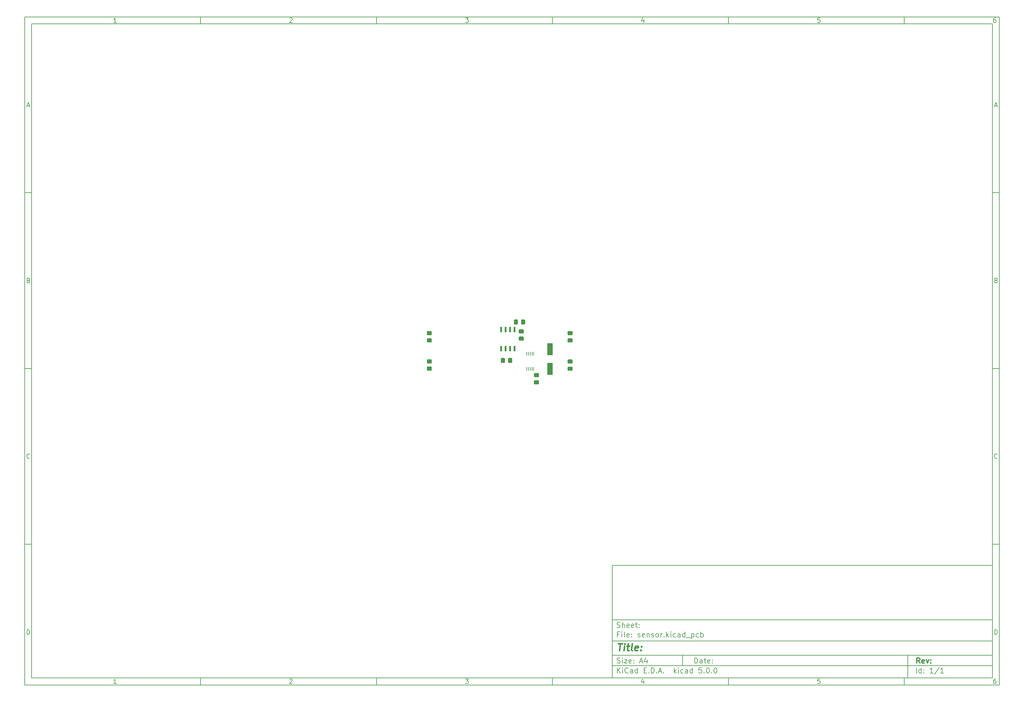
<source format=gtp>
G04 #@! TF.GenerationSoftware,KiCad,Pcbnew,5.0.0*
G04 #@! TF.CreationDate,2018-10-21T13:27:24+10:00*
G04 #@! TF.ProjectId,sensor,73656E736F722E6B696361645F706362,rev?*
G04 #@! TF.SameCoordinates,Original*
G04 #@! TF.FileFunction,Paste,Top*
G04 #@! TF.FilePolarity,Positive*
%FSLAX46Y46*%
G04 Gerber Fmt 4.6, Leading zero omitted, Abs format (unit mm)*
G04 Created by KiCad (PCBNEW 5.0.0) date Sun Oct 21 13:27:24 2018*
%MOMM*%
%LPD*%
G01*
G04 APERTURE LIST*
%ADD10C,0.100000*%
%ADD11C,0.150000*%
%ADD12C,0.300000*%
%ADD13C,0.400000*%
%ADD14C,1.150000*%
%ADD15R,1.600000X3.500000*%
%ADD16R,0.250000X1.100000*%
%ADD17R,0.600000X1.550000*%
G04 APERTURE END LIST*
D10*
D11*
X177002200Y-166007200D02*
X177002200Y-198007200D01*
X285002200Y-198007200D01*
X285002200Y-166007200D01*
X177002200Y-166007200D01*
D10*
D11*
X10000000Y-10000000D02*
X10000000Y-200007200D01*
X287002200Y-200007200D01*
X287002200Y-10000000D01*
X10000000Y-10000000D01*
D10*
D11*
X12000000Y-12000000D02*
X12000000Y-198007200D01*
X285002200Y-198007200D01*
X285002200Y-12000000D01*
X12000000Y-12000000D01*
D10*
D11*
X60000000Y-12000000D02*
X60000000Y-10000000D01*
D10*
D11*
X110000000Y-12000000D02*
X110000000Y-10000000D01*
D10*
D11*
X160000000Y-12000000D02*
X160000000Y-10000000D01*
D10*
D11*
X210000000Y-12000000D02*
X210000000Y-10000000D01*
D10*
D11*
X260000000Y-12000000D02*
X260000000Y-10000000D01*
D10*
D11*
X36065476Y-11588095D02*
X35322619Y-11588095D01*
X35694047Y-11588095D02*
X35694047Y-10288095D01*
X35570238Y-10473809D01*
X35446428Y-10597619D01*
X35322619Y-10659523D01*
D10*
D11*
X85322619Y-10411904D02*
X85384523Y-10350000D01*
X85508333Y-10288095D01*
X85817857Y-10288095D01*
X85941666Y-10350000D01*
X86003571Y-10411904D01*
X86065476Y-10535714D01*
X86065476Y-10659523D01*
X86003571Y-10845238D01*
X85260714Y-11588095D01*
X86065476Y-11588095D01*
D10*
D11*
X135260714Y-10288095D02*
X136065476Y-10288095D01*
X135632142Y-10783333D01*
X135817857Y-10783333D01*
X135941666Y-10845238D01*
X136003571Y-10907142D01*
X136065476Y-11030952D01*
X136065476Y-11340476D01*
X136003571Y-11464285D01*
X135941666Y-11526190D01*
X135817857Y-11588095D01*
X135446428Y-11588095D01*
X135322619Y-11526190D01*
X135260714Y-11464285D01*
D10*
D11*
X185941666Y-10721428D02*
X185941666Y-11588095D01*
X185632142Y-10226190D02*
X185322619Y-11154761D01*
X186127380Y-11154761D01*
D10*
D11*
X236003571Y-10288095D02*
X235384523Y-10288095D01*
X235322619Y-10907142D01*
X235384523Y-10845238D01*
X235508333Y-10783333D01*
X235817857Y-10783333D01*
X235941666Y-10845238D01*
X236003571Y-10907142D01*
X236065476Y-11030952D01*
X236065476Y-11340476D01*
X236003571Y-11464285D01*
X235941666Y-11526190D01*
X235817857Y-11588095D01*
X235508333Y-11588095D01*
X235384523Y-11526190D01*
X235322619Y-11464285D01*
D10*
D11*
X285941666Y-10288095D02*
X285694047Y-10288095D01*
X285570238Y-10350000D01*
X285508333Y-10411904D01*
X285384523Y-10597619D01*
X285322619Y-10845238D01*
X285322619Y-11340476D01*
X285384523Y-11464285D01*
X285446428Y-11526190D01*
X285570238Y-11588095D01*
X285817857Y-11588095D01*
X285941666Y-11526190D01*
X286003571Y-11464285D01*
X286065476Y-11340476D01*
X286065476Y-11030952D01*
X286003571Y-10907142D01*
X285941666Y-10845238D01*
X285817857Y-10783333D01*
X285570238Y-10783333D01*
X285446428Y-10845238D01*
X285384523Y-10907142D01*
X285322619Y-11030952D01*
D10*
D11*
X60000000Y-198007200D02*
X60000000Y-200007200D01*
D10*
D11*
X110000000Y-198007200D02*
X110000000Y-200007200D01*
D10*
D11*
X160000000Y-198007200D02*
X160000000Y-200007200D01*
D10*
D11*
X210000000Y-198007200D02*
X210000000Y-200007200D01*
D10*
D11*
X260000000Y-198007200D02*
X260000000Y-200007200D01*
D10*
D11*
X36065476Y-199595295D02*
X35322619Y-199595295D01*
X35694047Y-199595295D02*
X35694047Y-198295295D01*
X35570238Y-198481009D01*
X35446428Y-198604819D01*
X35322619Y-198666723D01*
D10*
D11*
X85322619Y-198419104D02*
X85384523Y-198357200D01*
X85508333Y-198295295D01*
X85817857Y-198295295D01*
X85941666Y-198357200D01*
X86003571Y-198419104D01*
X86065476Y-198542914D01*
X86065476Y-198666723D01*
X86003571Y-198852438D01*
X85260714Y-199595295D01*
X86065476Y-199595295D01*
D10*
D11*
X135260714Y-198295295D02*
X136065476Y-198295295D01*
X135632142Y-198790533D01*
X135817857Y-198790533D01*
X135941666Y-198852438D01*
X136003571Y-198914342D01*
X136065476Y-199038152D01*
X136065476Y-199347676D01*
X136003571Y-199471485D01*
X135941666Y-199533390D01*
X135817857Y-199595295D01*
X135446428Y-199595295D01*
X135322619Y-199533390D01*
X135260714Y-199471485D01*
D10*
D11*
X185941666Y-198728628D02*
X185941666Y-199595295D01*
X185632142Y-198233390D02*
X185322619Y-199161961D01*
X186127380Y-199161961D01*
D10*
D11*
X236003571Y-198295295D02*
X235384523Y-198295295D01*
X235322619Y-198914342D01*
X235384523Y-198852438D01*
X235508333Y-198790533D01*
X235817857Y-198790533D01*
X235941666Y-198852438D01*
X236003571Y-198914342D01*
X236065476Y-199038152D01*
X236065476Y-199347676D01*
X236003571Y-199471485D01*
X235941666Y-199533390D01*
X235817857Y-199595295D01*
X235508333Y-199595295D01*
X235384523Y-199533390D01*
X235322619Y-199471485D01*
D10*
D11*
X285941666Y-198295295D02*
X285694047Y-198295295D01*
X285570238Y-198357200D01*
X285508333Y-198419104D01*
X285384523Y-198604819D01*
X285322619Y-198852438D01*
X285322619Y-199347676D01*
X285384523Y-199471485D01*
X285446428Y-199533390D01*
X285570238Y-199595295D01*
X285817857Y-199595295D01*
X285941666Y-199533390D01*
X286003571Y-199471485D01*
X286065476Y-199347676D01*
X286065476Y-199038152D01*
X286003571Y-198914342D01*
X285941666Y-198852438D01*
X285817857Y-198790533D01*
X285570238Y-198790533D01*
X285446428Y-198852438D01*
X285384523Y-198914342D01*
X285322619Y-199038152D01*
D10*
D11*
X10000000Y-60000000D02*
X12000000Y-60000000D01*
D10*
D11*
X10000000Y-110000000D02*
X12000000Y-110000000D01*
D10*
D11*
X10000000Y-160000000D02*
X12000000Y-160000000D01*
D10*
D11*
X10690476Y-35216666D02*
X11309523Y-35216666D01*
X10566666Y-35588095D02*
X11000000Y-34288095D01*
X11433333Y-35588095D01*
D10*
D11*
X11092857Y-84907142D02*
X11278571Y-84969047D01*
X11340476Y-85030952D01*
X11402380Y-85154761D01*
X11402380Y-85340476D01*
X11340476Y-85464285D01*
X11278571Y-85526190D01*
X11154761Y-85588095D01*
X10659523Y-85588095D01*
X10659523Y-84288095D01*
X11092857Y-84288095D01*
X11216666Y-84350000D01*
X11278571Y-84411904D01*
X11340476Y-84535714D01*
X11340476Y-84659523D01*
X11278571Y-84783333D01*
X11216666Y-84845238D01*
X11092857Y-84907142D01*
X10659523Y-84907142D01*
D10*
D11*
X11402380Y-135464285D02*
X11340476Y-135526190D01*
X11154761Y-135588095D01*
X11030952Y-135588095D01*
X10845238Y-135526190D01*
X10721428Y-135402380D01*
X10659523Y-135278571D01*
X10597619Y-135030952D01*
X10597619Y-134845238D01*
X10659523Y-134597619D01*
X10721428Y-134473809D01*
X10845238Y-134350000D01*
X11030952Y-134288095D01*
X11154761Y-134288095D01*
X11340476Y-134350000D01*
X11402380Y-134411904D01*
D10*
D11*
X10659523Y-185588095D02*
X10659523Y-184288095D01*
X10969047Y-184288095D01*
X11154761Y-184350000D01*
X11278571Y-184473809D01*
X11340476Y-184597619D01*
X11402380Y-184845238D01*
X11402380Y-185030952D01*
X11340476Y-185278571D01*
X11278571Y-185402380D01*
X11154761Y-185526190D01*
X10969047Y-185588095D01*
X10659523Y-185588095D01*
D10*
D11*
X287002200Y-60000000D02*
X285002200Y-60000000D01*
D10*
D11*
X287002200Y-110000000D02*
X285002200Y-110000000D01*
D10*
D11*
X287002200Y-160000000D02*
X285002200Y-160000000D01*
D10*
D11*
X285692676Y-35216666D02*
X286311723Y-35216666D01*
X285568866Y-35588095D02*
X286002200Y-34288095D01*
X286435533Y-35588095D01*
D10*
D11*
X286095057Y-84907142D02*
X286280771Y-84969047D01*
X286342676Y-85030952D01*
X286404580Y-85154761D01*
X286404580Y-85340476D01*
X286342676Y-85464285D01*
X286280771Y-85526190D01*
X286156961Y-85588095D01*
X285661723Y-85588095D01*
X285661723Y-84288095D01*
X286095057Y-84288095D01*
X286218866Y-84350000D01*
X286280771Y-84411904D01*
X286342676Y-84535714D01*
X286342676Y-84659523D01*
X286280771Y-84783333D01*
X286218866Y-84845238D01*
X286095057Y-84907142D01*
X285661723Y-84907142D01*
D10*
D11*
X286404580Y-135464285D02*
X286342676Y-135526190D01*
X286156961Y-135588095D01*
X286033152Y-135588095D01*
X285847438Y-135526190D01*
X285723628Y-135402380D01*
X285661723Y-135278571D01*
X285599819Y-135030952D01*
X285599819Y-134845238D01*
X285661723Y-134597619D01*
X285723628Y-134473809D01*
X285847438Y-134350000D01*
X286033152Y-134288095D01*
X286156961Y-134288095D01*
X286342676Y-134350000D01*
X286404580Y-134411904D01*
D10*
D11*
X285661723Y-185588095D02*
X285661723Y-184288095D01*
X285971247Y-184288095D01*
X286156961Y-184350000D01*
X286280771Y-184473809D01*
X286342676Y-184597619D01*
X286404580Y-184845238D01*
X286404580Y-185030952D01*
X286342676Y-185278571D01*
X286280771Y-185402380D01*
X286156961Y-185526190D01*
X285971247Y-185588095D01*
X285661723Y-185588095D01*
D10*
D11*
X200434342Y-193785771D02*
X200434342Y-192285771D01*
X200791485Y-192285771D01*
X201005771Y-192357200D01*
X201148628Y-192500057D01*
X201220057Y-192642914D01*
X201291485Y-192928628D01*
X201291485Y-193142914D01*
X201220057Y-193428628D01*
X201148628Y-193571485D01*
X201005771Y-193714342D01*
X200791485Y-193785771D01*
X200434342Y-193785771D01*
X202577200Y-193785771D02*
X202577200Y-193000057D01*
X202505771Y-192857200D01*
X202362914Y-192785771D01*
X202077200Y-192785771D01*
X201934342Y-192857200D01*
X202577200Y-193714342D02*
X202434342Y-193785771D01*
X202077200Y-193785771D01*
X201934342Y-193714342D01*
X201862914Y-193571485D01*
X201862914Y-193428628D01*
X201934342Y-193285771D01*
X202077200Y-193214342D01*
X202434342Y-193214342D01*
X202577200Y-193142914D01*
X203077200Y-192785771D02*
X203648628Y-192785771D01*
X203291485Y-192285771D02*
X203291485Y-193571485D01*
X203362914Y-193714342D01*
X203505771Y-193785771D01*
X203648628Y-193785771D01*
X204720057Y-193714342D02*
X204577200Y-193785771D01*
X204291485Y-193785771D01*
X204148628Y-193714342D01*
X204077200Y-193571485D01*
X204077200Y-193000057D01*
X204148628Y-192857200D01*
X204291485Y-192785771D01*
X204577200Y-192785771D01*
X204720057Y-192857200D01*
X204791485Y-193000057D01*
X204791485Y-193142914D01*
X204077200Y-193285771D01*
X205434342Y-193642914D02*
X205505771Y-193714342D01*
X205434342Y-193785771D01*
X205362914Y-193714342D01*
X205434342Y-193642914D01*
X205434342Y-193785771D01*
X205434342Y-192857200D02*
X205505771Y-192928628D01*
X205434342Y-193000057D01*
X205362914Y-192928628D01*
X205434342Y-192857200D01*
X205434342Y-193000057D01*
D10*
D11*
X177002200Y-194507200D02*
X285002200Y-194507200D01*
D10*
D11*
X178434342Y-196585771D02*
X178434342Y-195085771D01*
X179291485Y-196585771D02*
X178648628Y-195728628D01*
X179291485Y-195085771D02*
X178434342Y-195942914D01*
X179934342Y-196585771D02*
X179934342Y-195585771D01*
X179934342Y-195085771D02*
X179862914Y-195157200D01*
X179934342Y-195228628D01*
X180005771Y-195157200D01*
X179934342Y-195085771D01*
X179934342Y-195228628D01*
X181505771Y-196442914D02*
X181434342Y-196514342D01*
X181220057Y-196585771D01*
X181077200Y-196585771D01*
X180862914Y-196514342D01*
X180720057Y-196371485D01*
X180648628Y-196228628D01*
X180577200Y-195942914D01*
X180577200Y-195728628D01*
X180648628Y-195442914D01*
X180720057Y-195300057D01*
X180862914Y-195157200D01*
X181077200Y-195085771D01*
X181220057Y-195085771D01*
X181434342Y-195157200D01*
X181505771Y-195228628D01*
X182791485Y-196585771D02*
X182791485Y-195800057D01*
X182720057Y-195657200D01*
X182577200Y-195585771D01*
X182291485Y-195585771D01*
X182148628Y-195657200D01*
X182791485Y-196514342D02*
X182648628Y-196585771D01*
X182291485Y-196585771D01*
X182148628Y-196514342D01*
X182077200Y-196371485D01*
X182077200Y-196228628D01*
X182148628Y-196085771D01*
X182291485Y-196014342D01*
X182648628Y-196014342D01*
X182791485Y-195942914D01*
X184148628Y-196585771D02*
X184148628Y-195085771D01*
X184148628Y-196514342D02*
X184005771Y-196585771D01*
X183720057Y-196585771D01*
X183577200Y-196514342D01*
X183505771Y-196442914D01*
X183434342Y-196300057D01*
X183434342Y-195871485D01*
X183505771Y-195728628D01*
X183577200Y-195657200D01*
X183720057Y-195585771D01*
X184005771Y-195585771D01*
X184148628Y-195657200D01*
X186005771Y-195800057D02*
X186505771Y-195800057D01*
X186720057Y-196585771D02*
X186005771Y-196585771D01*
X186005771Y-195085771D01*
X186720057Y-195085771D01*
X187362914Y-196442914D02*
X187434342Y-196514342D01*
X187362914Y-196585771D01*
X187291485Y-196514342D01*
X187362914Y-196442914D01*
X187362914Y-196585771D01*
X188077200Y-196585771D02*
X188077200Y-195085771D01*
X188434342Y-195085771D01*
X188648628Y-195157200D01*
X188791485Y-195300057D01*
X188862914Y-195442914D01*
X188934342Y-195728628D01*
X188934342Y-195942914D01*
X188862914Y-196228628D01*
X188791485Y-196371485D01*
X188648628Y-196514342D01*
X188434342Y-196585771D01*
X188077200Y-196585771D01*
X189577200Y-196442914D02*
X189648628Y-196514342D01*
X189577200Y-196585771D01*
X189505771Y-196514342D01*
X189577200Y-196442914D01*
X189577200Y-196585771D01*
X190220057Y-196157200D02*
X190934342Y-196157200D01*
X190077200Y-196585771D02*
X190577200Y-195085771D01*
X191077200Y-196585771D01*
X191577200Y-196442914D02*
X191648628Y-196514342D01*
X191577200Y-196585771D01*
X191505771Y-196514342D01*
X191577200Y-196442914D01*
X191577200Y-196585771D01*
X194577200Y-196585771D02*
X194577200Y-195085771D01*
X194720057Y-196014342D02*
X195148628Y-196585771D01*
X195148628Y-195585771D02*
X194577200Y-196157200D01*
X195791485Y-196585771D02*
X195791485Y-195585771D01*
X195791485Y-195085771D02*
X195720057Y-195157200D01*
X195791485Y-195228628D01*
X195862914Y-195157200D01*
X195791485Y-195085771D01*
X195791485Y-195228628D01*
X197148628Y-196514342D02*
X197005771Y-196585771D01*
X196720057Y-196585771D01*
X196577200Y-196514342D01*
X196505771Y-196442914D01*
X196434342Y-196300057D01*
X196434342Y-195871485D01*
X196505771Y-195728628D01*
X196577200Y-195657200D01*
X196720057Y-195585771D01*
X197005771Y-195585771D01*
X197148628Y-195657200D01*
X198434342Y-196585771D02*
X198434342Y-195800057D01*
X198362914Y-195657200D01*
X198220057Y-195585771D01*
X197934342Y-195585771D01*
X197791485Y-195657200D01*
X198434342Y-196514342D02*
X198291485Y-196585771D01*
X197934342Y-196585771D01*
X197791485Y-196514342D01*
X197720057Y-196371485D01*
X197720057Y-196228628D01*
X197791485Y-196085771D01*
X197934342Y-196014342D01*
X198291485Y-196014342D01*
X198434342Y-195942914D01*
X199791485Y-196585771D02*
X199791485Y-195085771D01*
X199791485Y-196514342D02*
X199648628Y-196585771D01*
X199362914Y-196585771D01*
X199220057Y-196514342D01*
X199148628Y-196442914D01*
X199077200Y-196300057D01*
X199077200Y-195871485D01*
X199148628Y-195728628D01*
X199220057Y-195657200D01*
X199362914Y-195585771D01*
X199648628Y-195585771D01*
X199791485Y-195657200D01*
X202362914Y-195085771D02*
X201648628Y-195085771D01*
X201577200Y-195800057D01*
X201648628Y-195728628D01*
X201791485Y-195657200D01*
X202148628Y-195657200D01*
X202291485Y-195728628D01*
X202362914Y-195800057D01*
X202434342Y-195942914D01*
X202434342Y-196300057D01*
X202362914Y-196442914D01*
X202291485Y-196514342D01*
X202148628Y-196585771D01*
X201791485Y-196585771D01*
X201648628Y-196514342D01*
X201577200Y-196442914D01*
X203077200Y-196442914D02*
X203148628Y-196514342D01*
X203077200Y-196585771D01*
X203005771Y-196514342D01*
X203077200Y-196442914D01*
X203077200Y-196585771D01*
X204077200Y-195085771D02*
X204220057Y-195085771D01*
X204362914Y-195157200D01*
X204434342Y-195228628D01*
X204505771Y-195371485D01*
X204577200Y-195657200D01*
X204577200Y-196014342D01*
X204505771Y-196300057D01*
X204434342Y-196442914D01*
X204362914Y-196514342D01*
X204220057Y-196585771D01*
X204077200Y-196585771D01*
X203934342Y-196514342D01*
X203862914Y-196442914D01*
X203791485Y-196300057D01*
X203720057Y-196014342D01*
X203720057Y-195657200D01*
X203791485Y-195371485D01*
X203862914Y-195228628D01*
X203934342Y-195157200D01*
X204077200Y-195085771D01*
X205220057Y-196442914D02*
X205291485Y-196514342D01*
X205220057Y-196585771D01*
X205148628Y-196514342D01*
X205220057Y-196442914D01*
X205220057Y-196585771D01*
X206220057Y-195085771D02*
X206362914Y-195085771D01*
X206505771Y-195157200D01*
X206577200Y-195228628D01*
X206648628Y-195371485D01*
X206720057Y-195657200D01*
X206720057Y-196014342D01*
X206648628Y-196300057D01*
X206577200Y-196442914D01*
X206505771Y-196514342D01*
X206362914Y-196585771D01*
X206220057Y-196585771D01*
X206077200Y-196514342D01*
X206005771Y-196442914D01*
X205934342Y-196300057D01*
X205862914Y-196014342D01*
X205862914Y-195657200D01*
X205934342Y-195371485D01*
X206005771Y-195228628D01*
X206077200Y-195157200D01*
X206220057Y-195085771D01*
D10*
D11*
X177002200Y-191507200D02*
X285002200Y-191507200D01*
D10*
D12*
X264411485Y-193785771D02*
X263911485Y-193071485D01*
X263554342Y-193785771D02*
X263554342Y-192285771D01*
X264125771Y-192285771D01*
X264268628Y-192357200D01*
X264340057Y-192428628D01*
X264411485Y-192571485D01*
X264411485Y-192785771D01*
X264340057Y-192928628D01*
X264268628Y-193000057D01*
X264125771Y-193071485D01*
X263554342Y-193071485D01*
X265625771Y-193714342D02*
X265482914Y-193785771D01*
X265197200Y-193785771D01*
X265054342Y-193714342D01*
X264982914Y-193571485D01*
X264982914Y-193000057D01*
X265054342Y-192857200D01*
X265197200Y-192785771D01*
X265482914Y-192785771D01*
X265625771Y-192857200D01*
X265697200Y-193000057D01*
X265697200Y-193142914D01*
X264982914Y-193285771D01*
X266197200Y-192785771D02*
X266554342Y-193785771D01*
X266911485Y-192785771D01*
X267482914Y-193642914D02*
X267554342Y-193714342D01*
X267482914Y-193785771D01*
X267411485Y-193714342D01*
X267482914Y-193642914D01*
X267482914Y-193785771D01*
X267482914Y-192857200D02*
X267554342Y-192928628D01*
X267482914Y-193000057D01*
X267411485Y-192928628D01*
X267482914Y-192857200D01*
X267482914Y-193000057D01*
D10*
D11*
X178362914Y-193714342D02*
X178577200Y-193785771D01*
X178934342Y-193785771D01*
X179077200Y-193714342D01*
X179148628Y-193642914D01*
X179220057Y-193500057D01*
X179220057Y-193357200D01*
X179148628Y-193214342D01*
X179077200Y-193142914D01*
X178934342Y-193071485D01*
X178648628Y-193000057D01*
X178505771Y-192928628D01*
X178434342Y-192857200D01*
X178362914Y-192714342D01*
X178362914Y-192571485D01*
X178434342Y-192428628D01*
X178505771Y-192357200D01*
X178648628Y-192285771D01*
X179005771Y-192285771D01*
X179220057Y-192357200D01*
X179862914Y-193785771D02*
X179862914Y-192785771D01*
X179862914Y-192285771D02*
X179791485Y-192357200D01*
X179862914Y-192428628D01*
X179934342Y-192357200D01*
X179862914Y-192285771D01*
X179862914Y-192428628D01*
X180434342Y-192785771D02*
X181220057Y-192785771D01*
X180434342Y-193785771D01*
X181220057Y-193785771D01*
X182362914Y-193714342D02*
X182220057Y-193785771D01*
X181934342Y-193785771D01*
X181791485Y-193714342D01*
X181720057Y-193571485D01*
X181720057Y-193000057D01*
X181791485Y-192857200D01*
X181934342Y-192785771D01*
X182220057Y-192785771D01*
X182362914Y-192857200D01*
X182434342Y-193000057D01*
X182434342Y-193142914D01*
X181720057Y-193285771D01*
X183077200Y-193642914D02*
X183148628Y-193714342D01*
X183077200Y-193785771D01*
X183005771Y-193714342D01*
X183077200Y-193642914D01*
X183077200Y-193785771D01*
X183077200Y-192857200D02*
X183148628Y-192928628D01*
X183077200Y-193000057D01*
X183005771Y-192928628D01*
X183077200Y-192857200D01*
X183077200Y-193000057D01*
X184862914Y-193357200D02*
X185577200Y-193357200D01*
X184720057Y-193785771D02*
X185220057Y-192285771D01*
X185720057Y-193785771D01*
X186862914Y-192785771D02*
X186862914Y-193785771D01*
X186505771Y-192214342D02*
X186148628Y-193285771D01*
X187077200Y-193285771D01*
D10*
D11*
X263434342Y-196585771D02*
X263434342Y-195085771D01*
X264791485Y-196585771D02*
X264791485Y-195085771D01*
X264791485Y-196514342D02*
X264648628Y-196585771D01*
X264362914Y-196585771D01*
X264220057Y-196514342D01*
X264148628Y-196442914D01*
X264077200Y-196300057D01*
X264077200Y-195871485D01*
X264148628Y-195728628D01*
X264220057Y-195657200D01*
X264362914Y-195585771D01*
X264648628Y-195585771D01*
X264791485Y-195657200D01*
X265505771Y-196442914D02*
X265577200Y-196514342D01*
X265505771Y-196585771D01*
X265434342Y-196514342D01*
X265505771Y-196442914D01*
X265505771Y-196585771D01*
X265505771Y-195657200D02*
X265577200Y-195728628D01*
X265505771Y-195800057D01*
X265434342Y-195728628D01*
X265505771Y-195657200D01*
X265505771Y-195800057D01*
X268148628Y-196585771D02*
X267291485Y-196585771D01*
X267720057Y-196585771D02*
X267720057Y-195085771D01*
X267577200Y-195300057D01*
X267434342Y-195442914D01*
X267291485Y-195514342D01*
X269862914Y-195014342D02*
X268577200Y-196942914D01*
X271148628Y-196585771D02*
X270291485Y-196585771D01*
X270720057Y-196585771D02*
X270720057Y-195085771D01*
X270577200Y-195300057D01*
X270434342Y-195442914D01*
X270291485Y-195514342D01*
D10*
D11*
X177002200Y-187507200D02*
X285002200Y-187507200D01*
D10*
D13*
X178714580Y-188211961D02*
X179857438Y-188211961D01*
X179036009Y-190211961D02*
X179286009Y-188211961D01*
X180274104Y-190211961D02*
X180440771Y-188878628D01*
X180524104Y-188211961D02*
X180416961Y-188307200D01*
X180500295Y-188402438D01*
X180607438Y-188307200D01*
X180524104Y-188211961D01*
X180500295Y-188402438D01*
X181107438Y-188878628D02*
X181869342Y-188878628D01*
X181476485Y-188211961D02*
X181262200Y-189926247D01*
X181333628Y-190116723D01*
X181512200Y-190211961D01*
X181702676Y-190211961D01*
X182655057Y-190211961D02*
X182476485Y-190116723D01*
X182405057Y-189926247D01*
X182619342Y-188211961D01*
X184190771Y-190116723D02*
X183988390Y-190211961D01*
X183607438Y-190211961D01*
X183428866Y-190116723D01*
X183357438Y-189926247D01*
X183452676Y-189164342D01*
X183571723Y-188973866D01*
X183774104Y-188878628D01*
X184155057Y-188878628D01*
X184333628Y-188973866D01*
X184405057Y-189164342D01*
X184381247Y-189354819D01*
X183405057Y-189545295D01*
X185155057Y-190021485D02*
X185238390Y-190116723D01*
X185131247Y-190211961D01*
X185047914Y-190116723D01*
X185155057Y-190021485D01*
X185131247Y-190211961D01*
X185286009Y-188973866D02*
X185369342Y-189069104D01*
X185262200Y-189164342D01*
X185178866Y-189069104D01*
X185286009Y-188973866D01*
X185262200Y-189164342D01*
D10*
D11*
X178934342Y-185600057D02*
X178434342Y-185600057D01*
X178434342Y-186385771D02*
X178434342Y-184885771D01*
X179148628Y-184885771D01*
X179720057Y-186385771D02*
X179720057Y-185385771D01*
X179720057Y-184885771D02*
X179648628Y-184957200D01*
X179720057Y-185028628D01*
X179791485Y-184957200D01*
X179720057Y-184885771D01*
X179720057Y-185028628D01*
X180648628Y-186385771D02*
X180505771Y-186314342D01*
X180434342Y-186171485D01*
X180434342Y-184885771D01*
X181791485Y-186314342D02*
X181648628Y-186385771D01*
X181362914Y-186385771D01*
X181220057Y-186314342D01*
X181148628Y-186171485D01*
X181148628Y-185600057D01*
X181220057Y-185457200D01*
X181362914Y-185385771D01*
X181648628Y-185385771D01*
X181791485Y-185457200D01*
X181862914Y-185600057D01*
X181862914Y-185742914D01*
X181148628Y-185885771D01*
X182505771Y-186242914D02*
X182577200Y-186314342D01*
X182505771Y-186385771D01*
X182434342Y-186314342D01*
X182505771Y-186242914D01*
X182505771Y-186385771D01*
X182505771Y-185457200D02*
X182577200Y-185528628D01*
X182505771Y-185600057D01*
X182434342Y-185528628D01*
X182505771Y-185457200D01*
X182505771Y-185600057D01*
X184291485Y-186314342D02*
X184434342Y-186385771D01*
X184720057Y-186385771D01*
X184862914Y-186314342D01*
X184934342Y-186171485D01*
X184934342Y-186100057D01*
X184862914Y-185957200D01*
X184720057Y-185885771D01*
X184505771Y-185885771D01*
X184362914Y-185814342D01*
X184291485Y-185671485D01*
X184291485Y-185600057D01*
X184362914Y-185457200D01*
X184505771Y-185385771D01*
X184720057Y-185385771D01*
X184862914Y-185457200D01*
X186148628Y-186314342D02*
X186005771Y-186385771D01*
X185720057Y-186385771D01*
X185577200Y-186314342D01*
X185505771Y-186171485D01*
X185505771Y-185600057D01*
X185577200Y-185457200D01*
X185720057Y-185385771D01*
X186005771Y-185385771D01*
X186148628Y-185457200D01*
X186220057Y-185600057D01*
X186220057Y-185742914D01*
X185505771Y-185885771D01*
X186862914Y-185385771D02*
X186862914Y-186385771D01*
X186862914Y-185528628D02*
X186934342Y-185457200D01*
X187077200Y-185385771D01*
X187291485Y-185385771D01*
X187434342Y-185457200D01*
X187505771Y-185600057D01*
X187505771Y-186385771D01*
X188148628Y-186314342D02*
X188291485Y-186385771D01*
X188577200Y-186385771D01*
X188720057Y-186314342D01*
X188791485Y-186171485D01*
X188791485Y-186100057D01*
X188720057Y-185957200D01*
X188577200Y-185885771D01*
X188362914Y-185885771D01*
X188220057Y-185814342D01*
X188148628Y-185671485D01*
X188148628Y-185600057D01*
X188220057Y-185457200D01*
X188362914Y-185385771D01*
X188577200Y-185385771D01*
X188720057Y-185457200D01*
X189648628Y-186385771D02*
X189505771Y-186314342D01*
X189434342Y-186242914D01*
X189362914Y-186100057D01*
X189362914Y-185671485D01*
X189434342Y-185528628D01*
X189505771Y-185457200D01*
X189648628Y-185385771D01*
X189862914Y-185385771D01*
X190005771Y-185457200D01*
X190077200Y-185528628D01*
X190148628Y-185671485D01*
X190148628Y-186100057D01*
X190077200Y-186242914D01*
X190005771Y-186314342D01*
X189862914Y-186385771D01*
X189648628Y-186385771D01*
X190791485Y-186385771D02*
X190791485Y-185385771D01*
X190791485Y-185671485D02*
X190862914Y-185528628D01*
X190934342Y-185457200D01*
X191077200Y-185385771D01*
X191220057Y-185385771D01*
X191720057Y-186242914D02*
X191791485Y-186314342D01*
X191720057Y-186385771D01*
X191648628Y-186314342D01*
X191720057Y-186242914D01*
X191720057Y-186385771D01*
X192434342Y-186385771D02*
X192434342Y-184885771D01*
X192577200Y-185814342D02*
X193005771Y-186385771D01*
X193005771Y-185385771D02*
X192434342Y-185957200D01*
X193648628Y-186385771D02*
X193648628Y-185385771D01*
X193648628Y-184885771D02*
X193577200Y-184957200D01*
X193648628Y-185028628D01*
X193720057Y-184957200D01*
X193648628Y-184885771D01*
X193648628Y-185028628D01*
X195005771Y-186314342D02*
X194862914Y-186385771D01*
X194577200Y-186385771D01*
X194434342Y-186314342D01*
X194362914Y-186242914D01*
X194291485Y-186100057D01*
X194291485Y-185671485D01*
X194362914Y-185528628D01*
X194434342Y-185457200D01*
X194577200Y-185385771D01*
X194862914Y-185385771D01*
X195005771Y-185457200D01*
X196291485Y-186385771D02*
X196291485Y-185600057D01*
X196220057Y-185457200D01*
X196077200Y-185385771D01*
X195791485Y-185385771D01*
X195648628Y-185457200D01*
X196291485Y-186314342D02*
X196148628Y-186385771D01*
X195791485Y-186385771D01*
X195648628Y-186314342D01*
X195577200Y-186171485D01*
X195577200Y-186028628D01*
X195648628Y-185885771D01*
X195791485Y-185814342D01*
X196148628Y-185814342D01*
X196291485Y-185742914D01*
X197648628Y-186385771D02*
X197648628Y-184885771D01*
X197648628Y-186314342D02*
X197505771Y-186385771D01*
X197220057Y-186385771D01*
X197077200Y-186314342D01*
X197005771Y-186242914D01*
X196934342Y-186100057D01*
X196934342Y-185671485D01*
X197005771Y-185528628D01*
X197077200Y-185457200D01*
X197220057Y-185385771D01*
X197505771Y-185385771D01*
X197648628Y-185457200D01*
X198005771Y-186528628D02*
X199148628Y-186528628D01*
X199505771Y-185385771D02*
X199505771Y-186885771D01*
X199505771Y-185457200D02*
X199648628Y-185385771D01*
X199934342Y-185385771D01*
X200077200Y-185457200D01*
X200148628Y-185528628D01*
X200220057Y-185671485D01*
X200220057Y-186100057D01*
X200148628Y-186242914D01*
X200077200Y-186314342D01*
X199934342Y-186385771D01*
X199648628Y-186385771D01*
X199505771Y-186314342D01*
X201505771Y-186314342D02*
X201362914Y-186385771D01*
X201077200Y-186385771D01*
X200934342Y-186314342D01*
X200862914Y-186242914D01*
X200791485Y-186100057D01*
X200791485Y-185671485D01*
X200862914Y-185528628D01*
X200934342Y-185457200D01*
X201077200Y-185385771D01*
X201362914Y-185385771D01*
X201505771Y-185457200D01*
X202148628Y-186385771D02*
X202148628Y-184885771D01*
X202148628Y-185457200D02*
X202291485Y-185385771D01*
X202577200Y-185385771D01*
X202720057Y-185457200D01*
X202791485Y-185528628D01*
X202862914Y-185671485D01*
X202862914Y-186100057D01*
X202791485Y-186242914D01*
X202720057Y-186314342D01*
X202577200Y-186385771D01*
X202291485Y-186385771D01*
X202148628Y-186314342D01*
D10*
D11*
X177002200Y-181507200D02*
X285002200Y-181507200D01*
D10*
D11*
X178362914Y-183614342D02*
X178577200Y-183685771D01*
X178934342Y-183685771D01*
X179077200Y-183614342D01*
X179148628Y-183542914D01*
X179220057Y-183400057D01*
X179220057Y-183257200D01*
X179148628Y-183114342D01*
X179077200Y-183042914D01*
X178934342Y-182971485D01*
X178648628Y-182900057D01*
X178505771Y-182828628D01*
X178434342Y-182757200D01*
X178362914Y-182614342D01*
X178362914Y-182471485D01*
X178434342Y-182328628D01*
X178505771Y-182257200D01*
X178648628Y-182185771D01*
X179005771Y-182185771D01*
X179220057Y-182257200D01*
X179862914Y-183685771D02*
X179862914Y-182185771D01*
X180505771Y-183685771D02*
X180505771Y-182900057D01*
X180434342Y-182757200D01*
X180291485Y-182685771D01*
X180077200Y-182685771D01*
X179934342Y-182757200D01*
X179862914Y-182828628D01*
X181791485Y-183614342D02*
X181648628Y-183685771D01*
X181362914Y-183685771D01*
X181220057Y-183614342D01*
X181148628Y-183471485D01*
X181148628Y-182900057D01*
X181220057Y-182757200D01*
X181362914Y-182685771D01*
X181648628Y-182685771D01*
X181791485Y-182757200D01*
X181862914Y-182900057D01*
X181862914Y-183042914D01*
X181148628Y-183185771D01*
X183077200Y-183614342D02*
X182934342Y-183685771D01*
X182648628Y-183685771D01*
X182505771Y-183614342D01*
X182434342Y-183471485D01*
X182434342Y-182900057D01*
X182505771Y-182757200D01*
X182648628Y-182685771D01*
X182934342Y-182685771D01*
X183077200Y-182757200D01*
X183148628Y-182900057D01*
X183148628Y-183042914D01*
X182434342Y-183185771D01*
X183577200Y-182685771D02*
X184148628Y-182685771D01*
X183791485Y-182185771D02*
X183791485Y-183471485D01*
X183862914Y-183614342D01*
X184005771Y-183685771D01*
X184148628Y-183685771D01*
X184648628Y-183542914D02*
X184720057Y-183614342D01*
X184648628Y-183685771D01*
X184577200Y-183614342D01*
X184648628Y-183542914D01*
X184648628Y-183685771D01*
X184648628Y-182757200D02*
X184720057Y-182828628D01*
X184648628Y-182900057D01*
X184577200Y-182828628D01*
X184648628Y-182757200D01*
X184648628Y-182900057D01*
D10*
D11*
X197002200Y-191507200D02*
X197002200Y-194507200D01*
D10*
D11*
X261002200Y-191507200D02*
X261002200Y-198007200D01*
D10*
G04 #@! TO.C,C1*
G36*
X155922505Y-113354204D02*
X155946773Y-113357804D01*
X155970572Y-113363765D01*
X155993671Y-113372030D01*
X156015850Y-113382520D01*
X156036893Y-113395132D01*
X156056599Y-113409747D01*
X156074777Y-113426223D01*
X156091253Y-113444401D01*
X156105868Y-113464107D01*
X156118480Y-113485150D01*
X156128970Y-113507329D01*
X156137235Y-113530428D01*
X156143196Y-113554227D01*
X156146796Y-113578495D01*
X156148000Y-113602999D01*
X156148000Y-114253001D01*
X156146796Y-114277505D01*
X156143196Y-114301773D01*
X156137235Y-114325572D01*
X156128970Y-114348671D01*
X156118480Y-114370850D01*
X156105868Y-114391893D01*
X156091253Y-114411599D01*
X156074777Y-114429777D01*
X156056599Y-114446253D01*
X156036893Y-114460868D01*
X156015850Y-114473480D01*
X155993671Y-114483970D01*
X155970572Y-114492235D01*
X155946773Y-114498196D01*
X155922505Y-114501796D01*
X155898001Y-114503000D01*
X154997999Y-114503000D01*
X154973495Y-114501796D01*
X154949227Y-114498196D01*
X154925428Y-114492235D01*
X154902329Y-114483970D01*
X154880150Y-114473480D01*
X154859107Y-114460868D01*
X154839401Y-114446253D01*
X154821223Y-114429777D01*
X154804747Y-114411599D01*
X154790132Y-114391893D01*
X154777520Y-114370850D01*
X154767030Y-114348671D01*
X154758765Y-114325572D01*
X154752804Y-114301773D01*
X154749204Y-114277505D01*
X154748000Y-114253001D01*
X154748000Y-113602999D01*
X154749204Y-113578495D01*
X154752804Y-113554227D01*
X154758765Y-113530428D01*
X154767030Y-113507329D01*
X154777520Y-113485150D01*
X154790132Y-113464107D01*
X154804747Y-113444401D01*
X154821223Y-113426223D01*
X154839401Y-113409747D01*
X154859107Y-113395132D01*
X154880150Y-113382520D01*
X154902329Y-113372030D01*
X154925428Y-113363765D01*
X154949227Y-113357804D01*
X154973495Y-113354204D01*
X154997999Y-113353000D01*
X155898001Y-113353000D01*
X155922505Y-113354204D01*
X155922505Y-113354204D01*
G37*
D14*
X155448000Y-113928000D03*
D10*
G36*
X155922505Y-111304204D02*
X155946773Y-111307804D01*
X155970572Y-111313765D01*
X155993671Y-111322030D01*
X156015850Y-111332520D01*
X156036893Y-111345132D01*
X156056599Y-111359747D01*
X156074777Y-111376223D01*
X156091253Y-111394401D01*
X156105868Y-111414107D01*
X156118480Y-111435150D01*
X156128970Y-111457329D01*
X156137235Y-111480428D01*
X156143196Y-111504227D01*
X156146796Y-111528495D01*
X156148000Y-111552999D01*
X156148000Y-112203001D01*
X156146796Y-112227505D01*
X156143196Y-112251773D01*
X156137235Y-112275572D01*
X156128970Y-112298671D01*
X156118480Y-112320850D01*
X156105868Y-112341893D01*
X156091253Y-112361599D01*
X156074777Y-112379777D01*
X156056599Y-112396253D01*
X156036893Y-112410868D01*
X156015850Y-112423480D01*
X155993671Y-112433970D01*
X155970572Y-112442235D01*
X155946773Y-112448196D01*
X155922505Y-112451796D01*
X155898001Y-112453000D01*
X154997999Y-112453000D01*
X154973495Y-112451796D01*
X154949227Y-112448196D01*
X154925428Y-112442235D01*
X154902329Y-112433970D01*
X154880150Y-112423480D01*
X154859107Y-112410868D01*
X154839401Y-112396253D01*
X154821223Y-112379777D01*
X154804747Y-112361599D01*
X154790132Y-112341893D01*
X154777520Y-112320850D01*
X154767030Y-112298671D01*
X154758765Y-112275572D01*
X154752804Y-112251773D01*
X154749204Y-112227505D01*
X154748000Y-112203001D01*
X154748000Y-111552999D01*
X154749204Y-111528495D01*
X154752804Y-111504227D01*
X154758765Y-111480428D01*
X154767030Y-111457329D01*
X154777520Y-111435150D01*
X154790132Y-111414107D01*
X154804747Y-111394401D01*
X154821223Y-111376223D01*
X154839401Y-111359747D01*
X154859107Y-111345132D01*
X154880150Y-111332520D01*
X154902329Y-111322030D01*
X154925428Y-111313765D01*
X154949227Y-111307804D01*
X154973495Y-111304204D01*
X154997999Y-111303000D01*
X155898001Y-111303000D01*
X155922505Y-111304204D01*
X155922505Y-111304204D01*
G37*
D14*
X155448000Y-111878000D03*
G04 #@! TD*
D15*
G04 #@! TO.C,C2*
X159258000Y-104515000D03*
X159258000Y-110115000D03*
G04 #@! TD*
D10*
G04 #@! TO.C,C3*
G36*
X149946505Y-96075204D02*
X149970773Y-96078804D01*
X149994572Y-96084765D01*
X150017671Y-96093030D01*
X150039850Y-96103520D01*
X150060893Y-96116132D01*
X150080599Y-96130747D01*
X150098777Y-96147223D01*
X150115253Y-96165401D01*
X150129868Y-96185107D01*
X150142480Y-96206150D01*
X150152970Y-96228329D01*
X150161235Y-96251428D01*
X150167196Y-96275227D01*
X150170796Y-96299495D01*
X150172000Y-96323999D01*
X150172000Y-97224001D01*
X150170796Y-97248505D01*
X150167196Y-97272773D01*
X150161235Y-97296572D01*
X150152970Y-97319671D01*
X150142480Y-97341850D01*
X150129868Y-97362893D01*
X150115253Y-97382599D01*
X150098777Y-97400777D01*
X150080599Y-97417253D01*
X150060893Y-97431868D01*
X150039850Y-97444480D01*
X150017671Y-97454970D01*
X149994572Y-97463235D01*
X149970773Y-97469196D01*
X149946505Y-97472796D01*
X149922001Y-97474000D01*
X149271999Y-97474000D01*
X149247495Y-97472796D01*
X149223227Y-97469196D01*
X149199428Y-97463235D01*
X149176329Y-97454970D01*
X149154150Y-97444480D01*
X149133107Y-97431868D01*
X149113401Y-97417253D01*
X149095223Y-97400777D01*
X149078747Y-97382599D01*
X149064132Y-97362893D01*
X149051520Y-97341850D01*
X149041030Y-97319671D01*
X149032765Y-97296572D01*
X149026804Y-97272773D01*
X149023204Y-97248505D01*
X149022000Y-97224001D01*
X149022000Y-96323999D01*
X149023204Y-96299495D01*
X149026804Y-96275227D01*
X149032765Y-96251428D01*
X149041030Y-96228329D01*
X149051520Y-96206150D01*
X149064132Y-96185107D01*
X149078747Y-96165401D01*
X149095223Y-96147223D01*
X149113401Y-96130747D01*
X149133107Y-96116132D01*
X149154150Y-96103520D01*
X149176329Y-96093030D01*
X149199428Y-96084765D01*
X149223227Y-96078804D01*
X149247495Y-96075204D01*
X149271999Y-96074000D01*
X149922001Y-96074000D01*
X149946505Y-96075204D01*
X149946505Y-96075204D01*
G37*
D14*
X149597000Y-96774000D03*
D10*
G36*
X151996505Y-96075204D02*
X152020773Y-96078804D01*
X152044572Y-96084765D01*
X152067671Y-96093030D01*
X152089850Y-96103520D01*
X152110893Y-96116132D01*
X152130599Y-96130747D01*
X152148777Y-96147223D01*
X152165253Y-96165401D01*
X152179868Y-96185107D01*
X152192480Y-96206150D01*
X152202970Y-96228329D01*
X152211235Y-96251428D01*
X152217196Y-96275227D01*
X152220796Y-96299495D01*
X152222000Y-96323999D01*
X152222000Y-97224001D01*
X152220796Y-97248505D01*
X152217196Y-97272773D01*
X152211235Y-97296572D01*
X152202970Y-97319671D01*
X152192480Y-97341850D01*
X152179868Y-97362893D01*
X152165253Y-97382599D01*
X152148777Y-97400777D01*
X152130599Y-97417253D01*
X152110893Y-97431868D01*
X152089850Y-97444480D01*
X152067671Y-97454970D01*
X152044572Y-97463235D01*
X152020773Y-97469196D01*
X151996505Y-97472796D01*
X151972001Y-97474000D01*
X151321999Y-97474000D01*
X151297495Y-97472796D01*
X151273227Y-97469196D01*
X151249428Y-97463235D01*
X151226329Y-97454970D01*
X151204150Y-97444480D01*
X151183107Y-97431868D01*
X151163401Y-97417253D01*
X151145223Y-97400777D01*
X151128747Y-97382599D01*
X151114132Y-97362893D01*
X151101520Y-97341850D01*
X151091030Y-97319671D01*
X151082765Y-97296572D01*
X151076804Y-97272773D01*
X151073204Y-97248505D01*
X151072000Y-97224001D01*
X151072000Y-96323999D01*
X151073204Y-96299495D01*
X151076804Y-96275227D01*
X151082765Y-96251428D01*
X151091030Y-96228329D01*
X151101520Y-96206150D01*
X151114132Y-96185107D01*
X151128747Y-96165401D01*
X151145223Y-96147223D01*
X151163401Y-96130747D01*
X151183107Y-96116132D01*
X151204150Y-96103520D01*
X151226329Y-96093030D01*
X151249428Y-96084765D01*
X151273227Y-96078804D01*
X151297495Y-96075204D01*
X151321999Y-96074000D01*
X151972001Y-96074000D01*
X151996505Y-96075204D01*
X151996505Y-96075204D01*
G37*
D14*
X151647000Y-96774000D03*
G04 #@! TD*
D10*
G04 #@! TO.C,C4*
G36*
X165474505Y-109476204D02*
X165498773Y-109479804D01*
X165522572Y-109485765D01*
X165545671Y-109494030D01*
X165567850Y-109504520D01*
X165588893Y-109517132D01*
X165608599Y-109531747D01*
X165626777Y-109548223D01*
X165643253Y-109566401D01*
X165657868Y-109586107D01*
X165670480Y-109607150D01*
X165680970Y-109629329D01*
X165689235Y-109652428D01*
X165695196Y-109676227D01*
X165698796Y-109700495D01*
X165700000Y-109724999D01*
X165700000Y-110375001D01*
X165698796Y-110399505D01*
X165695196Y-110423773D01*
X165689235Y-110447572D01*
X165680970Y-110470671D01*
X165670480Y-110492850D01*
X165657868Y-110513893D01*
X165643253Y-110533599D01*
X165626777Y-110551777D01*
X165608599Y-110568253D01*
X165588893Y-110582868D01*
X165567850Y-110595480D01*
X165545671Y-110605970D01*
X165522572Y-110614235D01*
X165498773Y-110620196D01*
X165474505Y-110623796D01*
X165450001Y-110625000D01*
X164549999Y-110625000D01*
X164525495Y-110623796D01*
X164501227Y-110620196D01*
X164477428Y-110614235D01*
X164454329Y-110605970D01*
X164432150Y-110595480D01*
X164411107Y-110582868D01*
X164391401Y-110568253D01*
X164373223Y-110551777D01*
X164356747Y-110533599D01*
X164342132Y-110513893D01*
X164329520Y-110492850D01*
X164319030Y-110470671D01*
X164310765Y-110447572D01*
X164304804Y-110423773D01*
X164301204Y-110399505D01*
X164300000Y-110375001D01*
X164300000Y-109724999D01*
X164301204Y-109700495D01*
X164304804Y-109676227D01*
X164310765Y-109652428D01*
X164319030Y-109629329D01*
X164329520Y-109607150D01*
X164342132Y-109586107D01*
X164356747Y-109566401D01*
X164373223Y-109548223D01*
X164391401Y-109531747D01*
X164411107Y-109517132D01*
X164432150Y-109504520D01*
X164454329Y-109494030D01*
X164477428Y-109485765D01*
X164501227Y-109479804D01*
X164525495Y-109476204D01*
X164549999Y-109475000D01*
X165450001Y-109475000D01*
X165474505Y-109476204D01*
X165474505Y-109476204D01*
G37*
D14*
X165000000Y-110050000D03*
D10*
G36*
X165474505Y-107426204D02*
X165498773Y-107429804D01*
X165522572Y-107435765D01*
X165545671Y-107444030D01*
X165567850Y-107454520D01*
X165588893Y-107467132D01*
X165608599Y-107481747D01*
X165626777Y-107498223D01*
X165643253Y-107516401D01*
X165657868Y-107536107D01*
X165670480Y-107557150D01*
X165680970Y-107579329D01*
X165689235Y-107602428D01*
X165695196Y-107626227D01*
X165698796Y-107650495D01*
X165700000Y-107674999D01*
X165700000Y-108325001D01*
X165698796Y-108349505D01*
X165695196Y-108373773D01*
X165689235Y-108397572D01*
X165680970Y-108420671D01*
X165670480Y-108442850D01*
X165657868Y-108463893D01*
X165643253Y-108483599D01*
X165626777Y-108501777D01*
X165608599Y-108518253D01*
X165588893Y-108532868D01*
X165567850Y-108545480D01*
X165545671Y-108555970D01*
X165522572Y-108564235D01*
X165498773Y-108570196D01*
X165474505Y-108573796D01*
X165450001Y-108575000D01*
X164549999Y-108575000D01*
X164525495Y-108573796D01*
X164501227Y-108570196D01*
X164477428Y-108564235D01*
X164454329Y-108555970D01*
X164432150Y-108545480D01*
X164411107Y-108532868D01*
X164391401Y-108518253D01*
X164373223Y-108501777D01*
X164356747Y-108483599D01*
X164342132Y-108463893D01*
X164329520Y-108442850D01*
X164319030Y-108420671D01*
X164310765Y-108397572D01*
X164304804Y-108373773D01*
X164301204Y-108349505D01*
X164300000Y-108325001D01*
X164300000Y-107674999D01*
X164301204Y-107650495D01*
X164304804Y-107626227D01*
X164310765Y-107602428D01*
X164319030Y-107579329D01*
X164329520Y-107557150D01*
X164342132Y-107536107D01*
X164356747Y-107516401D01*
X164373223Y-107498223D01*
X164391401Y-107481747D01*
X164411107Y-107467132D01*
X164432150Y-107454520D01*
X164454329Y-107444030D01*
X164477428Y-107435765D01*
X164501227Y-107429804D01*
X164525495Y-107426204D01*
X164549999Y-107425000D01*
X165450001Y-107425000D01*
X165474505Y-107426204D01*
X165474505Y-107426204D01*
G37*
D14*
X165000000Y-108000000D03*
G04 #@! TD*
D10*
G04 #@! TO.C,C5*
G36*
X165474505Y-101416204D02*
X165498773Y-101419804D01*
X165522572Y-101425765D01*
X165545671Y-101434030D01*
X165567850Y-101444520D01*
X165588893Y-101457132D01*
X165608599Y-101471747D01*
X165626777Y-101488223D01*
X165643253Y-101506401D01*
X165657868Y-101526107D01*
X165670480Y-101547150D01*
X165680970Y-101569329D01*
X165689235Y-101592428D01*
X165695196Y-101616227D01*
X165698796Y-101640495D01*
X165700000Y-101664999D01*
X165700000Y-102315001D01*
X165698796Y-102339505D01*
X165695196Y-102363773D01*
X165689235Y-102387572D01*
X165680970Y-102410671D01*
X165670480Y-102432850D01*
X165657868Y-102453893D01*
X165643253Y-102473599D01*
X165626777Y-102491777D01*
X165608599Y-102508253D01*
X165588893Y-102522868D01*
X165567850Y-102535480D01*
X165545671Y-102545970D01*
X165522572Y-102554235D01*
X165498773Y-102560196D01*
X165474505Y-102563796D01*
X165450001Y-102565000D01*
X164549999Y-102565000D01*
X164525495Y-102563796D01*
X164501227Y-102560196D01*
X164477428Y-102554235D01*
X164454329Y-102545970D01*
X164432150Y-102535480D01*
X164411107Y-102522868D01*
X164391401Y-102508253D01*
X164373223Y-102491777D01*
X164356747Y-102473599D01*
X164342132Y-102453893D01*
X164329520Y-102432850D01*
X164319030Y-102410671D01*
X164310765Y-102387572D01*
X164304804Y-102363773D01*
X164301204Y-102339505D01*
X164300000Y-102315001D01*
X164300000Y-101664999D01*
X164301204Y-101640495D01*
X164304804Y-101616227D01*
X164310765Y-101592428D01*
X164319030Y-101569329D01*
X164329520Y-101547150D01*
X164342132Y-101526107D01*
X164356747Y-101506401D01*
X164373223Y-101488223D01*
X164391401Y-101471747D01*
X164411107Y-101457132D01*
X164432150Y-101444520D01*
X164454329Y-101434030D01*
X164477428Y-101425765D01*
X164501227Y-101419804D01*
X164525495Y-101416204D01*
X164549999Y-101415000D01*
X165450001Y-101415000D01*
X165474505Y-101416204D01*
X165474505Y-101416204D01*
G37*
D14*
X165000000Y-101990000D03*
D10*
G36*
X165474505Y-99366204D02*
X165498773Y-99369804D01*
X165522572Y-99375765D01*
X165545671Y-99384030D01*
X165567850Y-99394520D01*
X165588893Y-99407132D01*
X165608599Y-99421747D01*
X165626777Y-99438223D01*
X165643253Y-99456401D01*
X165657868Y-99476107D01*
X165670480Y-99497150D01*
X165680970Y-99519329D01*
X165689235Y-99542428D01*
X165695196Y-99566227D01*
X165698796Y-99590495D01*
X165700000Y-99614999D01*
X165700000Y-100265001D01*
X165698796Y-100289505D01*
X165695196Y-100313773D01*
X165689235Y-100337572D01*
X165680970Y-100360671D01*
X165670480Y-100382850D01*
X165657868Y-100403893D01*
X165643253Y-100423599D01*
X165626777Y-100441777D01*
X165608599Y-100458253D01*
X165588893Y-100472868D01*
X165567850Y-100485480D01*
X165545671Y-100495970D01*
X165522572Y-100504235D01*
X165498773Y-100510196D01*
X165474505Y-100513796D01*
X165450001Y-100515000D01*
X164549999Y-100515000D01*
X164525495Y-100513796D01*
X164501227Y-100510196D01*
X164477428Y-100504235D01*
X164454329Y-100495970D01*
X164432150Y-100485480D01*
X164411107Y-100472868D01*
X164391401Y-100458253D01*
X164373223Y-100441777D01*
X164356747Y-100423599D01*
X164342132Y-100403893D01*
X164329520Y-100382850D01*
X164319030Y-100360671D01*
X164310765Y-100337572D01*
X164304804Y-100313773D01*
X164301204Y-100289505D01*
X164300000Y-100265001D01*
X164300000Y-99614999D01*
X164301204Y-99590495D01*
X164304804Y-99566227D01*
X164310765Y-99542428D01*
X164319030Y-99519329D01*
X164329520Y-99497150D01*
X164342132Y-99476107D01*
X164356747Y-99456401D01*
X164373223Y-99438223D01*
X164391401Y-99421747D01*
X164411107Y-99407132D01*
X164432150Y-99394520D01*
X164454329Y-99384030D01*
X164477428Y-99375765D01*
X164501227Y-99369804D01*
X164525495Y-99366204D01*
X164549999Y-99365000D01*
X165450001Y-99365000D01*
X165474505Y-99366204D01*
X165474505Y-99366204D01*
G37*
D14*
X165000000Y-99940000D03*
G04 #@! TD*
D10*
G04 #@! TO.C,C6*
G36*
X125474505Y-101416204D02*
X125498773Y-101419804D01*
X125522572Y-101425765D01*
X125545671Y-101434030D01*
X125567850Y-101444520D01*
X125588893Y-101457132D01*
X125608599Y-101471747D01*
X125626777Y-101488223D01*
X125643253Y-101506401D01*
X125657868Y-101526107D01*
X125670480Y-101547150D01*
X125680970Y-101569329D01*
X125689235Y-101592428D01*
X125695196Y-101616227D01*
X125698796Y-101640495D01*
X125700000Y-101664999D01*
X125700000Y-102315001D01*
X125698796Y-102339505D01*
X125695196Y-102363773D01*
X125689235Y-102387572D01*
X125680970Y-102410671D01*
X125670480Y-102432850D01*
X125657868Y-102453893D01*
X125643253Y-102473599D01*
X125626777Y-102491777D01*
X125608599Y-102508253D01*
X125588893Y-102522868D01*
X125567850Y-102535480D01*
X125545671Y-102545970D01*
X125522572Y-102554235D01*
X125498773Y-102560196D01*
X125474505Y-102563796D01*
X125450001Y-102565000D01*
X124549999Y-102565000D01*
X124525495Y-102563796D01*
X124501227Y-102560196D01*
X124477428Y-102554235D01*
X124454329Y-102545970D01*
X124432150Y-102535480D01*
X124411107Y-102522868D01*
X124391401Y-102508253D01*
X124373223Y-102491777D01*
X124356747Y-102473599D01*
X124342132Y-102453893D01*
X124329520Y-102432850D01*
X124319030Y-102410671D01*
X124310765Y-102387572D01*
X124304804Y-102363773D01*
X124301204Y-102339505D01*
X124300000Y-102315001D01*
X124300000Y-101664999D01*
X124301204Y-101640495D01*
X124304804Y-101616227D01*
X124310765Y-101592428D01*
X124319030Y-101569329D01*
X124329520Y-101547150D01*
X124342132Y-101526107D01*
X124356747Y-101506401D01*
X124373223Y-101488223D01*
X124391401Y-101471747D01*
X124411107Y-101457132D01*
X124432150Y-101444520D01*
X124454329Y-101434030D01*
X124477428Y-101425765D01*
X124501227Y-101419804D01*
X124525495Y-101416204D01*
X124549999Y-101415000D01*
X125450001Y-101415000D01*
X125474505Y-101416204D01*
X125474505Y-101416204D01*
G37*
D14*
X125000000Y-101990000D03*
D10*
G36*
X125474505Y-99366204D02*
X125498773Y-99369804D01*
X125522572Y-99375765D01*
X125545671Y-99384030D01*
X125567850Y-99394520D01*
X125588893Y-99407132D01*
X125608599Y-99421747D01*
X125626777Y-99438223D01*
X125643253Y-99456401D01*
X125657868Y-99476107D01*
X125670480Y-99497150D01*
X125680970Y-99519329D01*
X125689235Y-99542428D01*
X125695196Y-99566227D01*
X125698796Y-99590495D01*
X125700000Y-99614999D01*
X125700000Y-100265001D01*
X125698796Y-100289505D01*
X125695196Y-100313773D01*
X125689235Y-100337572D01*
X125680970Y-100360671D01*
X125670480Y-100382850D01*
X125657868Y-100403893D01*
X125643253Y-100423599D01*
X125626777Y-100441777D01*
X125608599Y-100458253D01*
X125588893Y-100472868D01*
X125567850Y-100485480D01*
X125545671Y-100495970D01*
X125522572Y-100504235D01*
X125498773Y-100510196D01*
X125474505Y-100513796D01*
X125450001Y-100515000D01*
X124549999Y-100515000D01*
X124525495Y-100513796D01*
X124501227Y-100510196D01*
X124477428Y-100504235D01*
X124454329Y-100495970D01*
X124432150Y-100485480D01*
X124411107Y-100472868D01*
X124391401Y-100458253D01*
X124373223Y-100441777D01*
X124356747Y-100423599D01*
X124342132Y-100403893D01*
X124329520Y-100382850D01*
X124319030Y-100360671D01*
X124310765Y-100337572D01*
X124304804Y-100313773D01*
X124301204Y-100289505D01*
X124300000Y-100265001D01*
X124300000Y-99614999D01*
X124301204Y-99590495D01*
X124304804Y-99566227D01*
X124310765Y-99542428D01*
X124319030Y-99519329D01*
X124329520Y-99497150D01*
X124342132Y-99476107D01*
X124356747Y-99456401D01*
X124373223Y-99438223D01*
X124391401Y-99421747D01*
X124411107Y-99407132D01*
X124432150Y-99394520D01*
X124454329Y-99384030D01*
X124477428Y-99375765D01*
X124501227Y-99369804D01*
X124525495Y-99366204D01*
X124549999Y-99365000D01*
X125450001Y-99365000D01*
X125474505Y-99366204D01*
X125474505Y-99366204D01*
G37*
D14*
X125000000Y-99940000D03*
G04 #@! TD*
D10*
G04 #@! TO.C,C7*
G36*
X125474505Y-109451204D02*
X125498773Y-109454804D01*
X125522572Y-109460765D01*
X125545671Y-109469030D01*
X125567850Y-109479520D01*
X125588893Y-109492132D01*
X125608599Y-109506747D01*
X125626777Y-109523223D01*
X125643253Y-109541401D01*
X125657868Y-109561107D01*
X125670480Y-109582150D01*
X125680970Y-109604329D01*
X125689235Y-109627428D01*
X125695196Y-109651227D01*
X125698796Y-109675495D01*
X125700000Y-109699999D01*
X125700000Y-110350001D01*
X125698796Y-110374505D01*
X125695196Y-110398773D01*
X125689235Y-110422572D01*
X125680970Y-110445671D01*
X125670480Y-110467850D01*
X125657868Y-110488893D01*
X125643253Y-110508599D01*
X125626777Y-110526777D01*
X125608599Y-110543253D01*
X125588893Y-110557868D01*
X125567850Y-110570480D01*
X125545671Y-110580970D01*
X125522572Y-110589235D01*
X125498773Y-110595196D01*
X125474505Y-110598796D01*
X125450001Y-110600000D01*
X124549999Y-110600000D01*
X124525495Y-110598796D01*
X124501227Y-110595196D01*
X124477428Y-110589235D01*
X124454329Y-110580970D01*
X124432150Y-110570480D01*
X124411107Y-110557868D01*
X124391401Y-110543253D01*
X124373223Y-110526777D01*
X124356747Y-110508599D01*
X124342132Y-110488893D01*
X124329520Y-110467850D01*
X124319030Y-110445671D01*
X124310765Y-110422572D01*
X124304804Y-110398773D01*
X124301204Y-110374505D01*
X124300000Y-110350001D01*
X124300000Y-109699999D01*
X124301204Y-109675495D01*
X124304804Y-109651227D01*
X124310765Y-109627428D01*
X124319030Y-109604329D01*
X124329520Y-109582150D01*
X124342132Y-109561107D01*
X124356747Y-109541401D01*
X124373223Y-109523223D01*
X124391401Y-109506747D01*
X124411107Y-109492132D01*
X124432150Y-109479520D01*
X124454329Y-109469030D01*
X124477428Y-109460765D01*
X124501227Y-109454804D01*
X124525495Y-109451204D01*
X124549999Y-109450000D01*
X125450001Y-109450000D01*
X125474505Y-109451204D01*
X125474505Y-109451204D01*
G37*
D14*
X125000000Y-110025000D03*
D10*
G36*
X125474505Y-107401204D02*
X125498773Y-107404804D01*
X125522572Y-107410765D01*
X125545671Y-107419030D01*
X125567850Y-107429520D01*
X125588893Y-107442132D01*
X125608599Y-107456747D01*
X125626777Y-107473223D01*
X125643253Y-107491401D01*
X125657868Y-107511107D01*
X125670480Y-107532150D01*
X125680970Y-107554329D01*
X125689235Y-107577428D01*
X125695196Y-107601227D01*
X125698796Y-107625495D01*
X125700000Y-107649999D01*
X125700000Y-108300001D01*
X125698796Y-108324505D01*
X125695196Y-108348773D01*
X125689235Y-108372572D01*
X125680970Y-108395671D01*
X125670480Y-108417850D01*
X125657868Y-108438893D01*
X125643253Y-108458599D01*
X125626777Y-108476777D01*
X125608599Y-108493253D01*
X125588893Y-108507868D01*
X125567850Y-108520480D01*
X125545671Y-108530970D01*
X125522572Y-108539235D01*
X125498773Y-108545196D01*
X125474505Y-108548796D01*
X125450001Y-108550000D01*
X124549999Y-108550000D01*
X124525495Y-108548796D01*
X124501227Y-108545196D01*
X124477428Y-108539235D01*
X124454329Y-108530970D01*
X124432150Y-108520480D01*
X124411107Y-108507868D01*
X124391401Y-108493253D01*
X124373223Y-108476777D01*
X124356747Y-108458599D01*
X124342132Y-108438893D01*
X124329520Y-108417850D01*
X124319030Y-108395671D01*
X124310765Y-108372572D01*
X124304804Y-108348773D01*
X124301204Y-108324505D01*
X124300000Y-108300001D01*
X124300000Y-107649999D01*
X124301204Y-107625495D01*
X124304804Y-107601227D01*
X124310765Y-107577428D01*
X124319030Y-107554329D01*
X124329520Y-107532150D01*
X124342132Y-107511107D01*
X124356747Y-107491401D01*
X124373223Y-107473223D01*
X124391401Y-107456747D01*
X124411107Y-107442132D01*
X124432150Y-107429520D01*
X124454329Y-107419030D01*
X124477428Y-107410765D01*
X124501227Y-107404804D01*
X124525495Y-107401204D01*
X124549999Y-107400000D01*
X125450001Y-107400000D01*
X125474505Y-107401204D01*
X125474505Y-107401204D01*
G37*
D14*
X125000000Y-107975000D03*
G04 #@! TD*
D10*
G04 #@! TO.C,R12*
G36*
X151604505Y-98858204D02*
X151628773Y-98861804D01*
X151652572Y-98867765D01*
X151675671Y-98876030D01*
X151697850Y-98886520D01*
X151718893Y-98899132D01*
X151738599Y-98913747D01*
X151756777Y-98930223D01*
X151773253Y-98948401D01*
X151787868Y-98968107D01*
X151800480Y-98989150D01*
X151810970Y-99011329D01*
X151819235Y-99034428D01*
X151825196Y-99058227D01*
X151828796Y-99082495D01*
X151830000Y-99106999D01*
X151830000Y-99757001D01*
X151828796Y-99781505D01*
X151825196Y-99805773D01*
X151819235Y-99829572D01*
X151810970Y-99852671D01*
X151800480Y-99874850D01*
X151787868Y-99895893D01*
X151773253Y-99915599D01*
X151756777Y-99933777D01*
X151738599Y-99950253D01*
X151718893Y-99964868D01*
X151697850Y-99977480D01*
X151675671Y-99987970D01*
X151652572Y-99996235D01*
X151628773Y-100002196D01*
X151604505Y-100005796D01*
X151580001Y-100007000D01*
X150679999Y-100007000D01*
X150655495Y-100005796D01*
X150631227Y-100002196D01*
X150607428Y-99996235D01*
X150584329Y-99987970D01*
X150562150Y-99977480D01*
X150541107Y-99964868D01*
X150521401Y-99950253D01*
X150503223Y-99933777D01*
X150486747Y-99915599D01*
X150472132Y-99895893D01*
X150459520Y-99874850D01*
X150449030Y-99852671D01*
X150440765Y-99829572D01*
X150434804Y-99805773D01*
X150431204Y-99781505D01*
X150430000Y-99757001D01*
X150430000Y-99106999D01*
X150431204Y-99082495D01*
X150434804Y-99058227D01*
X150440765Y-99034428D01*
X150449030Y-99011329D01*
X150459520Y-98989150D01*
X150472132Y-98968107D01*
X150486747Y-98948401D01*
X150503223Y-98930223D01*
X150521401Y-98913747D01*
X150541107Y-98899132D01*
X150562150Y-98886520D01*
X150584329Y-98876030D01*
X150607428Y-98867765D01*
X150631227Y-98861804D01*
X150655495Y-98858204D01*
X150679999Y-98857000D01*
X151580001Y-98857000D01*
X151604505Y-98858204D01*
X151604505Y-98858204D01*
G37*
D14*
X151130000Y-99432000D03*
D10*
G36*
X151604505Y-100908204D02*
X151628773Y-100911804D01*
X151652572Y-100917765D01*
X151675671Y-100926030D01*
X151697850Y-100936520D01*
X151718893Y-100949132D01*
X151738599Y-100963747D01*
X151756777Y-100980223D01*
X151773253Y-100998401D01*
X151787868Y-101018107D01*
X151800480Y-101039150D01*
X151810970Y-101061329D01*
X151819235Y-101084428D01*
X151825196Y-101108227D01*
X151828796Y-101132495D01*
X151830000Y-101156999D01*
X151830000Y-101807001D01*
X151828796Y-101831505D01*
X151825196Y-101855773D01*
X151819235Y-101879572D01*
X151810970Y-101902671D01*
X151800480Y-101924850D01*
X151787868Y-101945893D01*
X151773253Y-101965599D01*
X151756777Y-101983777D01*
X151738599Y-102000253D01*
X151718893Y-102014868D01*
X151697850Y-102027480D01*
X151675671Y-102037970D01*
X151652572Y-102046235D01*
X151628773Y-102052196D01*
X151604505Y-102055796D01*
X151580001Y-102057000D01*
X150679999Y-102057000D01*
X150655495Y-102055796D01*
X150631227Y-102052196D01*
X150607428Y-102046235D01*
X150584329Y-102037970D01*
X150562150Y-102027480D01*
X150541107Y-102014868D01*
X150521401Y-102000253D01*
X150503223Y-101983777D01*
X150486747Y-101965599D01*
X150472132Y-101945893D01*
X150459520Y-101924850D01*
X150449030Y-101902671D01*
X150440765Y-101879572D01*
X150434804Y-101855773D01*
X150431204Y-101831505D01*
X150430000Y-101807001D01*
X150430000Y-101156999D01*
X150431204Y-101132495D01*
X150434804Y-101108227D01*
X150440765Y-101084428D01*
X150449030Y-101061329D01*
X150459520Y-101039150D01*
X150472132Y-101018107D01*
X150486747Y-100998401D01*
X150503223Y-100980223D01*
X150521401Y-100963747D01*
X150541107Y-100949132D01*
X150562150Y-100936520D01*
X150584329Y-100926030D01*
X150607428Y-100917765D01*
X150631227Y-100911804D01*
X150655495Y-100908204D01*
X150679999Y-100907000D01*
X151580001Y-100907000D01*
X151604505Y-100908204D01*
X151604505Y-100908204D01*
G37*
D14*
X151130000Y-101482000D03*
G04 #@! TD*
D10*
G04 #@! TO.C,R13*
G36*
X148313505Y-106997204D02*
X148337773Y-107000804D01*
X148361572Y-107006765D01*
X148384671Y-107015030D01*
X148406850Y-107025520D01*
X148427893Y-107038132D01*
X148447599Y-107052747D01*
X148465777Y-107069223D01*
X148482253Y-107087401D01*
X148496868Y-107107107D01*
X148509480Y-107128150D01*
X148519970Y-107150329D01*
X148528235Y-107173428D01*
X148534196Y-107197227D01*
X148537796Y-107221495D01*
X148539000Y-107245999D01*
X148539000Y-108146001D01*
X148537796Y-108170505D01*
X148534196Y-108194773D01*
X148528235Y-108218572D01*
X148519970Y-108241671D01*
X148509480Y-108263850D01*
X148496868Y-108284893D01*
X148482253Y-108304599D01*
X148465777Y-108322777D01*
X148447599Y-108339253D01*
X148427893Y-108353868D01*
X148406850Y-108366480D01*
X148384671Y-108376970D01*
X148361572Y-108385235D01*
X148337773Y-108391196D01*
X148313505Y-108394796D01*
X148289001Y-108396000D01*
X147638999Y-108396000D01*
X147614495Y-108394796D01*
X147590227Y-108391196D01*
X147566428Y-108385235D01*
X147543329Y-108376970D01*
X147521150Y-108366480D01*
X147500107Y-108353868D01*
X147480401Y-108339253D01*
X147462223Y-108322777D01*
X147445747Y-108304599D01*
X147431132Y-108284893D01*
X147418520Y-108263850D01*
X147408030Y-108241671D01*
X147399765Y-108218572D01*
X147393804Y-108194773D01*
X147390204Y-108170505D01*
X147389000Y-108146001D01*
X147389000Y-107245999D01*
X147390204Y-107221495D01*
X147393804Y-107197227D01*
X147399765Y-107173428D01*
X147408030Y-107150329D01*
X147418520Y-107128150D01*
X147431132Y-107107107D01*
X147445747Y-107087401D01*
X147462223Y-107069223D01*
X147480401Y-107052747D01*
X147500107Y-107038132D01*
X147521150Y-107025520D01*
X147543329Y-107015030D01*
X147566428Y-107006765D01*
X147590227Y-107000804D01*
X147614495Y-106997204D01*
X147638999Y-106996000D01*
X148289001Y-106996000D01*
X148313505Y-106997204D01*
X148313505Y-106997204D01*
G37*
D14*
X147964000Y-107696000D03*
D10*
G36*
X146263505Y-106997204D02*
X146287773Y-107000804D01*
X146311572Y-107006765D01*
X146334671Y-107015030D01*
X146356850Y-107025520D01*
X146377893Y-107038132D01*
X146397599Y-107052747D01*
X146415777Y-107069223D01*
X146432253Y-107087401D01*
X146446868Y-107107107D01*
X146459480Y-107128150D01*
X146469970Y-107150329D01*
X146478235Y-107173428D01*
X146484196Y-107197227D01*
X146487796Y-107221495D01*
X146489000Y-107245999D01*
X146489000Y-108146001D01*
X146487796Y-108170505D01*
X146484196Y-108194773D01*
X146478235Y-108218572D01*
X146469970Y-108241671D01*
X146459480Y-108263850D01*
X146446868Y-108284893D01*
X146432253Y-108304599D01*
X146415777Y-108322777D01*
X146397599Y-108339253D01*
X146377893Y-108353868D01*
X146356850Y-108366480D01*
X146334671Y-108376970D01*
X146311572Y-108385235D01*
X146287773Y-108391196D01*
X146263505Y-108394796D01*
X146239001Y-108396000D01*
X145588999Y-108396000D01*
X145564495Y-108394796D01*
X145540227Y-108391196D01*
X145516428Y-108385235D01*
X145493329Y-108376970D01*
X145471150Y-108366480D01*
X145450107Y-108353868D01*
X145430401Y-108339253D01*
X145412223Y-108322777D01*
X145395747Y-108304599D01*
X145381132Y-108284893D01*
X145368520Y-108263850D01*
X145358030Y-108241671D01*
X145349765Y-108218572D01*
X145343804Y-108194773D01*
X145340204Y-108170505D01*
X145339000Y-108146001D01*
X145339000Y-107245999D01*
X145340204Y-107221495D01*
X145343804Y-107197227D01*
X145349765Y-107173428D01*
X145358030Y-107150329D01*
X145368520Y-107128150D01*
X145381132Y-107107107D01*
X145395747Y-107087401D01*
X145412223Y-107069223D01*
X145430401Y-107052747D01*
X145450107Y-107038132D01*
X145471150Y-107025520D01*
X145493329Y-107015030D01*
X145516428Y-107006765D01*
X145540227Y-107000804D01*
X145564495Y-106997204D01*
X145588999Y-106996000D01*
X146239001Y-106996000D01*
X146263505Y-106997204D01*
X146263505Y-106997204D01*
G37*
D14*
X145914000Y-107696000D03*
G04 #@! TD*
D16*
G04 #@! TO.C,U1*
X154670000Y-105800000D03*
X154170000Y-105800000D03*
X153670000Y-105800000D03*
X153170000Y-105800000D03*
X152670000Y-105800000D03*
X152670000Y-110100000D03*
X153170000Y-110100000D03*
X153670000Y-110100000D03*
X154170000Y-110100000D03*
X154670000Y-110100000D03*
G04 #@! TD*
D17*
G04 #@! TO.C,U2*
X145415000Y-104300000D03*
X146685000Y-104300000D03*
X147955000Y-104300000D03*
X149225000Y-104300000D03*
X149225000Y-98900000D03*
X147955000Y-98900000D03*
X146685000Y-98900000D03*
X145415000Y-98900000D03*
G04 #@! TD*
M02*

</source>
